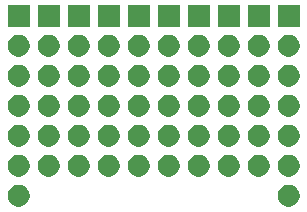
<source format=gbs>
G04 #@! TF.FileFunction,Soldermask,Bot*
%FSLAX46Y46*%
G04 Gerber Fmt 4.6, Leading zero omitted, Abs format (unit mm)*
G04 Created by KiCad (PCBNEW 4.0.1-stable) date 2016-02-27 01:30:11*
%MOMM*%
G01*
G04 APERTURE LIST*
%ADD10C,0.050800*%
G04 APERTURE END LIST*
D10*
G36*
X1367376Y-15583516D02*
X1545479Y-15620075D01*
X1713087Y-15690531D01*
X1863812Y-15792196D01*
X1991931Y-15921214D01*
X2092542Y-16072645D01*
X2161827Y-16240744D01*
X2197089Y-16418828D01*
X2197089Y-16418835D01*
X2197140Y-16419093D01*
X2194240Y-16626759D01*
X2194182Y-16627014D01*
X2194182Y-16627021D01*
X2153961Y-16804054D01*
X2080010Y-16970151D01*
X1975209Y-17118716D01*
X1843541Y-17244102D01*
X1690034Y-17341520D01*
X1520519Y-17407270D01*
X1341473Y-17438842D01*
X1159694Y-17435033D01*
X982123Y-17395992D01*
X815519Y-17323205D01*
X666221Y-17219440D01*
X539921Y-17088653D01*
X441430Y-16935824D01*
X374501Y-16766781D01*
X341679Y-16587952D01*
X344218Y-16406157D01*
X382019Y-16228317D01*
X453643Y-16061205D01*
X556363Y-15911186D01*
X686262Y-15783980D01*
X838398Y-15684425D01*
X1006977Y-15616314D01*
X1185567Y-15582247D01*
X1367376Y-15583516D01*
X1367376Y-15583516D01*
G37*
G36*
X24227376Y-15583516D02*
X24405479Y-15620075D01*
X24573087Y-15690531D01*
X24723812Y-15792196D01*
X24851931Y-15921214D01*
X24952542Y-16072645D01*
X25021827Y-16240744D01*
X25057089Y-16418828D01*
X25057089Y-16418835D01*
X25057140Y-16419093D01*
X25054240Y-16626759D01*
X25054182Y-16627014D01*
X25054182Y-16627021D01*
X25013961Y-16804054D01*
X24940010Y-16970151D01*
X24835209Y-17118716D01*
X24703541Y-17244102D01*
X24550034Y-17341520D01*
X24380519Y-17407270D01*
X24201473Y-17438842D01*
X24019694Y-17435033D01*
X23842123Y-17395992D01*
X23675519Y-17323205D01*
X23526221Y-17219440D01*
X23399921Y-17088653D01*
X23301430Y-16935824D01*
X23234501Y-16766781D01*
X23201679Y-16587952D01*
X23204218Y-16406157D01*
X23242019Y-16228317D01*
X23313643Y-16061205D01*
X23416363Y-15911186D01*
X23546262Y-15783980D01*
X23698398Y-15684425D01*
X23866977Y-15616314D01*
X24045567Y-15582247D01*
X24227376Y-15583516D01*
X24227376Y-15583516D01*
G37*
G36*
X19147376Y-13043516D02*
X19325479Y-13080075D01*
X19493087Y-13150531D01*
X19643812Y-13252196D01*
X19771931Y-13381214D01*
X19872542Y-13532645D01*
X19941827Y-13700744D01*
X19977089Y-13878828D01*
X19977089Y-13878835D01*
X19977140Y-13879093D01*
X19974240Y-14086759D01*
X19974182Y-14087014D01*
X19974182Y-14087021D01*
X19933961Y-14264054D01*
X19860010Y-14430151D01*
X19755209Y-14578716D01*
X19623541Y-14704102D01*
X19470034Y-14801520D01*
X19300519Y-14867270D01*
X19121473Y-14898842D01*
X18939694Y-14895033D01*
X18762123Y-14855992D01*
X18595519Y-14783205D01*
X18446221Y-14679440D01*
X18319921Y-14548653D01*
X18221430Y-14395824D01*
X18154501Y-14226781D01*
X18121679Y-14047952D01*
X18124218Y-13866157D01*
X18162019Y-13688317D01*
X18233643Y-13521205D01*
X18336363Y-13371186D01*
X18466262Y-13243980D01*
X18618398Y-13144425D01*
X18786977Y-13076314D01*
X18965567Y-13042247D01*
X19147376Y-13043516D01*
X19147376Y-13043516D01*
G37*
G36*
X11527376Y-13043516D02*
X11705479Y-13080075D01*
X11873087Y-13150531D01*
X12023812Y-13252196D01*
X12151931Y-13381214D01*
X12252542Y-13532645D01*
X12321827Y-13700744D01*
X12357089Y-13878828D01*
X12357089Y-13878835D01*
X12357140Y-13879093D01*
X12354240Y-14086759D01*
X12354182Y-14087014D01*
X12354182Y-14087021D01*
X12313961Y-14264054D01*
X12240010Y-14430151D01*
X12135209Y-14578716D01*
X12003541Y-14704102D01*
X11850034Y-14801520D01*
X11680519Y-14867270D01*
X11501473Y-14898842D01*
X11319694Y-14895033D01*
X11142123Y-14855992D01*
X10975519Y-14783205D01*
X10826221Y-14679440D01*
X10699921Y-14548653D01*
X10601430Y-14395824D01*
X10534501Y-14226781D01*
X10501679Y-14047952D01*
X10504218Y-13866157D01*
X10542019Y-13688317D01*
X10613643Y-13521205D01*
X10716363Y-13371186D01*
X10846262Y-13243980D01*
X10998398Y-13144425D01*
X11166977Y-13076314D01*
X11345567Y-13042247D01*
X11527376Y-13043516D01*
X11527376Y-13043516D01*
G37*
G36*
X14067376Y-13043516D02*
X14245479Y-13080075D01*
X14413087Y-13150531D01*
X14563812Y-13252196D01*
X14691931Y-13381214D01*
X14792542Y-13532645D01*
X14861827Y-13700744D01*
X14897089Y-13878828D01*
X14897089Y-13878835D01*
X14897140Y-13879093D01*
X14894240Y-14086759D01*
X14894182Y-14087014D01*
X14894182Y-14087021D01*
X14853961Y-14264054D01*
X14780010Y-14430151D01*
X14675209Y-14578716D01*
X14543541Y-14704102D01*
X14390034Y-14801520D01*
X14220519Y-14867270D01*
X14041473Y-14898842D01*
X13859694Y-14895033D01*
X13682123Y-14855992D01*
X13515519Y-14783205D01*
X13366221Y-14679440D01*
X13239921Y-14548653D01*
X13141430Y-14395824D01*
X13074501Y-14226781D01*
X13041679Y-14047952D01*
X13044218Y-13866157D01*
X13082019Y-13688317D01*
X13153643Y-13521205D01*
X13256363Y-13371186D01*
X13386262Y-13243980D01*
X13538398Y-13144425D01*
X13706977Y-13076314D01*
X13885567Y-13042247D01*
X14067376Y-13043516D01*
X14067376Y-13043516D01*
G37*
G36*
X16607376Y-13043516D02*
X16785479Y-13080075D01*
X16953087Y-13150531D01*
X17103812Y-13252196D01*
X17231931Y-13381214D01*
X17332542Y-13532645D01*
X17401827Y-13700744D01*
X17437089Y-13878828D01*
X17437089Y-13878835D01*
X17437140Y-13879093D01*
X17434240Y-14086759D01*
X17434182Y-14087014D01*
X17434182Y-14087021D01*
X17393961Y-14264054D01*
X17320010Y-14430151D01*
X17215209Y-14578716D01*
X17083541Y-14704102D01*
X16930034Y-14801520D01*
X16760519Y-14867270D01*
X16581473Y-14898842D01*
X16399694Y-14895033D01*
X16222123Y-14855992D01*
X16055519Y-14783205D01*
X15906221Y-14679440D01*
X15779921Y-14548653D01*
X15681430Y-14395824D01*
X15614501Y-14226781D01*
X15581679Y-14047952D01*
X15584218Y-13866157D01*
X15622019Y-13688317D01*
X15693643Y-13521205D01*
X15796363Y-13371186D01*
X15926262Y-13243980D01*
X16078398Y-13144425D01*
X16246977Y-13076314D01*
X16425567Y-13042247D01*
X16607376Y-13043516D01*
X16607376Y-13043516D01*
G37*
G36*
X21687376Y-13043516D02*
X21865479Y-13080075D01*
X22033087Y-13150531D01*
X22183812Y-13252196D01*
X22311931Y-13381214D01*
X22412542Y-13532645D01*
X22481827Y-13700744D01*
X22517089Y-13878828D01*
X22517089Y-13878835D01*
X22517140Y-13879093D01*
X22514240Y-14086759D01*
X22514182Y-14087014D01*
X22514182Y-14087021D01*
X22473961Y-14264054D01*
X22400010Y-14430151D01*
X22295209Y-14578716D01*
X22163541Y-14704102D01*
X22010034Y-14801520D01*
X21840519Y-14867270D01*
X21661473Y-14898842D01*
X21479694Y-14895033D01*
X21302123Y-14855992D01*
X21135519Y-14783205D01*
X20986221Y-14679440D01*
X20859921Y-14548653D01*
X20761430Y-14395824D01*
X20694501Y-14226781D01*
X20661679Y-14047952D01*
X20664218Y-13866157D01*
X20702019Y-13688317D01*
X20773643Y-13521205D01*
X20876363Y-13371186D01*
X21006262Y-13243980D01*
X21158398Y-13144425D01*
X21326977Y-13076314D01*
X21505567Y-13042247D01*
X21687376Y-13043516D01*
X21687376Y-13043516D01*
G37*
G36*
X24227376Y-13043516D02*
X24405479Y-13080075D01*
X24573087Y-13150531D01*
X24723812Y-13252196D01*
X24851931Y-13381214D01*
X24952542Y-13532645D01*
X25021827Y-13700744D01*
X25057089Y-13878828D01*
X25057089Y-13878835D01*
X25057140Y-13879093D01*
X25054240Y-14086759D01*
X25054182Y-14087014D01*
X25054182Y-14087021D01*
X25013961Y-14264054D01*
X24940010Y-14430151D01*
X24835209Y-14578716D01*
X24703541Y-14704102D01*
X24550034Y-14801520D01*
X24380519Y-14867270D01*
X24201473Y-14898842D01*
X24019694Y-14895033D01*
X23842123Y-14855992D01*
X23675519Y-14783205D01*
X23526221Y-14679440D01*
X23399921Y-14548653D01*
X23301430Y-14395824D01*
X23234501Y-14226781D01*
X23201679Y-14047952D01*
X23204218Y-13866157D01*
X23242019Y-13688317D01*
X23313643Y-13521205D01*
X23416363Y-13371186D01*
X23546262Y-13243980D01*
X23698398Y-13144425D01*
X23866977Y-13076314D01*
X24045567Y-13042247D01*
X24227376Y-13043516D01*
X24227376Y-13043516D01*
G37*
G36*
X6447376Y-13043516D02*
X6625479Y-13080075D01*
X6793087Y-13150531D01*
X6943812Y-13252196D01*
X7071931Y-13381214D01*
X7172542Y-13532645D01*
X7241827Y-13700744D01*
X7277089Y-13878828D01*
X7277089Y-13878835D01*
X7277140Y-13879093D01*
X7274240Y-14086759D01*
X7274182Y-14087014D01*
X7274182Y-14087021D01*
X7233961Y-14264054D01*
X7160010Y-14430151D01*
X7055209Y-14578716D01*
X6923541Y-14704102D01*
X6770034Y-14801520D01*
X6600519Y-14867270D01*
X6421473Y-14898842D01*
X6239694Y-14895033D01*
X6062123Y-14855992D01*
X5895519Y-14783205D01*
X5746221Y-14679440D01*
X5619921Y-14548653D01*
X5521430Y-14395824D01*
X5454501Y-14226781D01*
X5421679Y-14047952D01*
X5424218Y-13866157D01*
X5462019Y-13688317D01*
X5533643Y-13521205D01*
X5636363Y-13371186D01*
X5766262Y-13243980D01*
X5918398Y-13144425D01*
X6086977Y-13076314D01*
X6265567Y-13042247D01*
X6447376Y-13043516D01*
X6447376Y-13043516D01*
G37*
G36*
X1367376Y-13043516D02*
X1545479Y-13080075D01*
X1713087Y-13150531D01*
X1863812Y-13252196D01*
X1991931Y-13381214D01*
X2092542Y-13532645D01*
X2161827Y-13700744D01*
X2197089Y-13878828D01*
X2197089Y-13878835D01*
X2197140Y-13879093D01*
X2194240Y-14086759D01*
X2194182Y-14087014D01*
X2194182Y-14087021D01*
X2153961Y-14264054D01*
X2080010Y-14430151D01*
X1975209Y-14578716D01*
X1843541Y-14704102D01*
X1690034Y-14801520D01*
X1520519Y-14867270D01*
X1341473Y-14898842D01*
X1159694Y-14895033D01*
X982123Y-14855992D01*
X815519Y-14783205D01*
X666221Y-14679440D01*
X539921Y-14548653D01*
X441430Y-14395824D01*
X374501Y-14226781D01*
X341679Y-14047952D01*
X344218Y-13866157D01*
X382019Y-13688317D01*
X453643Y-13521205D01*
X556363Y-13371186D01*
X686262Y-13243980D01*
X838398Y-13144425D01*
X1006977Y-13076314D01*
X1185567Y-13042247D01*
X1367376Y-13043516D01*
X1367376Y-13043516D01*
G37*
G36*
X3907376Y-13043516D02*
X4085479Y-13080075D01*
X4253087Y-13150531D01*
X4403812Y-13252196D01*
X4531931Y-13381214D01*
X4632542Y-13532645D01*
X4701827Y-13700744D01*
X4737089Y-13878828D01*
X4737089Y-13878835D01*
X4737140Y-13879093D01*
X4734240Y-14086759D01*
X4734182Y-14087014D01*
X4734182Y-14087021D01*
X4693961Y-14264054D01*
X4620010Y-14430151D01*
X4515209Y-14578716D01*
X4383541Y-14704102D01*
X4230034Y-14801520D01*
X4060519Y-14867270D01*
X3881473Y-14898842D01*
X3699694Y-14895033D01*
X3522123Y-14855992D01*
X3355519Y-14783205D01*
X3206221Y-14679440D01*
X3079921Y-14548653D01*
X2981430Y-14395824D01*
X2914501Y-14226781D01*
X2881679Y-14047952D01*
X2884218Y-13866157D01*
X2922019Y-13688317D01*
X2993643Y-13521205D01*
X3096363Y-13371186D01*
X3226262Y-13243980D01*
X3378398Y-13144425D01*
X3546977Y-13076314D01*
X3725567Y-13042247D01*
X3907376Y-13043516D01*
X3907376Y-13043516D01*
G37*
G36*
X8987376Y-13043516D02*
X9165479Y-13080075D01*
X9333087Y-13150531D01*
X9483812Y-13252196D01*
X9611931Y-13381214D01*
X9712542Y-13532645D01*
X9781827Y-13700744D01*
X9817089Y-13878828D01*
X9817089Y-13878835D01*
X9817140Y-13879093D01*
X9814240Y-14086759D01*
X9814182Y-14087014D01*
X9814182Y-14087021D01*
X9773961Y-14264054D01*
X9700010Y-14430151D01*
X9595209Y-14578716D01*
X9463541Y-14704102D01*
X9310034Y-14801520D01*
X9140519Y-14867270D01*
X8961473Y-14898842D01*
X8779694Y-14895033D01*
X8602123Y-14855992D01*
X8435519Y-14783205D01*
X8286221Y-14679440D01*
X8159921Y-14548653D01*
X8061430Y-14395824D01*
X7994501Y-14226781D01*
X7961679Y-14047952D01*
X7964218Y-13866157D01*
X8002019Y-13688317D01*
X8073643Y-13521205D01*
X8176363Y-13371186D01*
X8306262Y-13243980D01*
X8458398Y-13144425D01*
X8626977Y-13076314D01*
X8805567Y-13042247D01*
X8987376Y-13043516D01*
X8987376Y-13043516D01*
G37*
G36*
X3907376Y-10503516D02*
X4085479Y-10540075D01*
X4253087Y-10610531D01*
X4403812Y-10712196D01*
X4531931Y-10841214D01*
X4632542Y-10992645D01*
X4701827Y-11160744D01*
X4737089Y-11338828D01*
X4737089Y-11338835D01*
X4737140Y-11339093D01*
X4734240Y-11546759D01*
X4734182Y-11547014D01*
X4734182Y-11547021D01*
X4693961Y-11724054D01*
X4620010Y-11890151D01*
X4515209Y-12038716D01*
X4383541Y-12164102D01*
X4230034Y-12261520D01*
X4060519Y-12327270D01*
X3881473Y-12358842D01*
X3699694Y-12355033D01*
X3522123Y-12315992D01*
X3355519Y-12243205D01*
X3206221Y-12139440D01*
X3079921Y-12008653D01*
X2981430Y-11855824D01*
X2914501Y-11686781D01*
X2881679Y-11507952D01*
X2884218Y-11326157D01*
X2922019Y-11148317D01*
X2993643Y-10981205D01*
X3096363Y-10831186D01*
X3226262Y-10703980D01*
X3378398Y-10604425D01*
X3546977Y-10536314D01*
X3725567Y-10502247D01*
X3907376Y-10503516D01*
X3907376Y-10503516D01*
G37*
G36*
X16607376Y-10503516D02*
X16785479Y-10540075D01*
X16953087Y-10610531D01*
X17103812Y-10712196D01*
X17231931Y-10841214D01*
X17332542Y-10992645D01*
X17401827Y-11160744D01*
X17437089Y-11338828D01*
X17437089Y-11338835D01*
X17437140Y-11339093D01*
X17434240Y-11546759D01*
X17434182Y-11547014D01*
X17434182Y-11547021D01*
X17393961Y-11724054D01*
X17320010Y-11890151D01*
X17215209Y-12038716D01*
X17083541Y-12164102D01*
X16930034Y-12261520D01*
X16760519Y-12327270D01*
X16581473Y-12358842D01*
X16399694Y-12355033D01*
X16222123Y-12315992D01*
X16055519Y-12243205D01*
X15906221Y-12139440D01*
X15779921Y-12008653D01*
X15681430Y-11855824D01*
X15614501Y-11686781D01*
X15581679Y-11507952D01*
X15584218Y-11326157D01*
X15622019Y-11148317D01*
X15693643Y-10981205D01*
X15796363Y-10831186D01*
X15926262Y-10703980D01*
X16078398Y-10604425D01*
X16246977Y-10536314D01*
X16425567Y-10502247D01*
X16607376Y-10503516D01*
X16607376Y-10503516D01*
G37*
G36*
X14067376Y-10503516D02*
X14245479Y-10540075D01*
X14413087Y-10610531D01*
X14563812Y-10712196D01*
X14691931Y-10841214D01*
X14792542Y-10992645D01*
X14861827Y-11160744D01*
X14897089Y-11338828D01*
X14897089Y-11338835D01*
X14897140Y-11339093D01*
X14894240Y-11546759D01*
X14894182Y-11547014D01*
X14894182Y-11547021D01*
X14853961Y-11724054D01*
X14780010Y-11890151D01*
X14675209Y-12038716D01*
X14543541Y-12164102D01*
X14390034Y-12261520D01*
X14220519Y-12327270D01*
X14041473Y-12358842D01*
X13859694Y-12355033D01*
X13682123Y-12315992D01*
X13515519Y-12243205D01*
X13366221Y-12139440D01*
X13239921Y-12008653D01*
X13141430Y-11855824D01*
X13074501Y-11686781D01*
X13041679Y-11507952D01*
X13044218Y-11326157D01*
X13082019Y-11148317D01*
X13153643Y-10981205D01*
X13256363Y-10831186D01*
X13386262Y-10703980D01*
X13538398Y-10604425D01*
X13706977Y-10536314D01*
X13885567Y-10502247D01*
X14067376Y-10503516D01*
X14067376Y-10503516D01*
G37*
G36*
X19147376Y-10503516D02*
X19325479Y-10540075D01*
X19493087Y-10610531D01*
X19643812Y-10712196D01*
X19771931Y-10841214D01*
X19872542Y-10992645D01*
X19941827Y-11160744D01*
X19977089Y-11338828D01*
X19977089Y-11338835D01*
X19977140Y-11339093D01*
X19974240Y-11546759D01*
X19974182Y-11547014D01*
X19974182Y-11547021D01*
X19933961Y-11724054D01*
X19860010Y-11890151D01*
X19755209Y-12038716D01*
X19623541Y-12164102D01*
X19470034Y-12261520D01*
X19300519Y-12327270D01*
X19121473Y-12358842D01*
X18939694Y-12355033D01*
X18762123Y-12315992D01*
X18595519Y-12243205D01*
X18446221Y-12139440D01*
X18319921Y-12008653D01*
X18221430Y-11855824D01*
X18154501Y-11686781D01*
X18121679Y-11507952D01*
X18124218Y-11326157D01*
X18162019Y-11148317D01*
X18233643Y-10981205D01*
X18336363Y-10831186D01*
X18466262Y-10703980D01*
X18618398Y-10604425D01*
X18786977Y-10536314D01*
X18965567Y-10502247D01*
X19147376Y-10503516D01*
X19147376Y-10503516D01*
G37*
G36*
X11527376Y-10503516D02*
X11705479Y-10540075D01*
X11873087Y-10610531D01*
X12023812Y-10712196D01*
X12151931Y-10841214D01*
X12252542Y-10992645D01*
X12321827Y-11160744D01*
X12357089Y-11338828D01*
X12357089Y-11338835D01*
X12357140Y-11339093D01*
X12354240Y-11546759D01*
X12354182Y-11547014D01*
X12354182Y-11547021D01*
X12313961Y-11724054D01*
X12240010Y-11890151D01*
X12135209Y-12038716D01*
X12003541Y-12164102D01*
X11850034Y-12261520D01*
X11680519Y-12327270D01*
X11501473Y-12358842D01*
X11319694Y-12355033D01*
X11142123Y-12315992D01*
X10975519Y-12243205D01*
X10826221Y-12139440D01*
X10699921Y-12008653D01*
X10601430Y-11855824D01*
X10534501Y-11686781D01*
X10501679Y-11507952D01*
X10504218Y-11326157D01*
X10542019Y-11148317D01*
X10613643Y-10981205D01*
X10716363Y-10831186D01*
X10846262Y-10703980D01*
X10998398Y-10604425D01*
X11166977Y-10536314D01*
X11345567Y-10502247D01*
X11527376Y-10503516D01*
X11527376Y-10503516D01*
G37*
G36*
X8987376Y-10503516D02*
X9165479Y-10540075D01*
X9333087Y-10610531D01*
X9483812Y-10712196D01*
X9611931Y-10841214D01*
X9712542Y-10992645D01*
X9781827Y-11160744D01*
X9817089Y-11338828D01*
X9817089Y-11338835D01*
X9817140Y-11339093D01*
X9814240Y-11546759D01*
X9814182Y-11547014D01*
X9814182Y-11547021D01*
X9773961Y-11724054D01*
X9700010Y-11890151D01*
X9595209Y-12038716D01*
X9463541Y-12164102D01*
X9310034Y-12261520D01*
X9140519Y-12327270D01*
X8961473Y-12358842D01*
X8779694Y-12355033D01*
X8602123Y-12315992D01*
X8435519Y-12243205D01*
X8286221Y-12139440D01*
X8159921Y-12008653D01*
X8061430Y-11855824D01*
X7994501Y-11686781D01*
X7961679Y-11507952D01*
X7964218Y-11326157D01*
X8002019Y-11148317D01*
X8073643Y-10981205D01*
X8176363Y-10831186D01*
X8306262Y-10703980D01*
X8458398Y-10604425D01*
X8626977Y-10536314D01*
X8805567Y-10502247D01*
X8987376Y-10503516D01*
X8987376Y-10503516D01*
G37*
G36*
X21687376Y-10503516D02*
X21865479Y-10540075D01*
X22033087Y-10610531D01*
X22183812Y-10712196D01*
X22311931Y-10841214D01*
X22412542Y-10992645D01*
X22481827Y-11160744D01*
X22517089Y-11338828D01*
X22517089Y-11338835D01*
X22517140Y-11339093D01*
X22514240Y-11546759D01*
X22514182Y-11547014D01*
X22514182Y-11547021D01*
X22473961Y-11724054D01*
X22400010Y-11890151D01*
X22295209Y-12038716D01*
X22163541Y-12164102D01*
X22010034Y-12261520D01*
X21840519Y-12327270D01*
X21661473Y-12358842D01*
X21479694Y-12355033D01*
X21302123Y-12315992D01*
X21135519Y-12243205D01*
X20986221Y-12139440D01*
X20859921Y-12008653D01*
X20761430Y-11855824D01*
X20694501Y-11686781D01*
X20661679Y-11507952D01*
X20664218Y-11326157D01*
X20702019Y-11148317D01*
X20773643Y-10981205D01*
X20876363Y-10831186D01*
X21006262Y-10703980D01*
X21158398Y-10604425D01*
X21326977Y-10536314D01*
X21505567Y-10502247D01*
X21687376Y-10503516D01*
X21687376Y-10503516D01*
G37*
G36*
X6447376Y-10503516D02*
X6625479Y-10540075D01*
X6793087Y-10610531D01*
X6943812Y-10712196D01*
X7071931Y-10841214D01*
X7172542Y-10992645D01*
X7241827Y-11160744D01*
X7277089Y-11338828D01*
X7277089Y-11338835D01*
X7277140Y-11339093D01*
X7274240Y-11546759D01*
X7274182Y-11547014D01*
X7274182Y-11547021D01*
X7233961Y-11724054D01*
X7160010Y-11890151D01*
X7055209Y-12038716D01*
X6923541Y-12164102D01*
X6770034Y-12261520D01*
X6600519Y-12327270D01*
X6421473Y-12358842D01*
X6239694Y-12355033D01*
X6062123Y-12315992D01*
X5895519Y-12243205D01*
X5746221Y-12139440D01*
X5619921Y-12008653D01*
X5521430Y-11855824D01*
X5454501Y-11686781D01*
X5421679Y-11507952D01*
X5424218Y-11326157D01*
X5462019Y-11148317D01*
X5533643Y-10981205D01*
X5636363Y-10831186D01*
X5766262Y-10703980D01*
X5918398Y-10604425D01*
X6086977Y-10536314D01*
X6265567Y-10502247D01*
X6447376Y-10503516D01*
X6447376Y-10503516D01*
G37*
G36*
X24227376Y-10503516D02*
X24405479Y-10540075D01*
X24573087Y-10610531D01*
X24723812Y-10712196D01*
X24851931Y-10841214D01*
X24952542Y-10992645D01*
X25021827Y-11160744D01*
X25057089Y-11338828D01*
X25057089Y-11338835D01*
X25057140Y-11339093D01*
X25054240Y-11546759D01*
X25054182Y-11547014D01*
X25054182Y-11547021D01*
X25013961Y-11724054D01*
X24940010Y-11890151D01*
X24835209Y-12038716D01*
X24703541Y-12164102D01*
X24550034Y-12261520D01*
X24380519Y-12327270D01*
X24201473Y-12358842D01*
X24019694Y-12355033D01*
X23842123Y-12315992D01*
X23675519Y-12243205D01*
X23526221Y-12139440D01*
X23399921Y-12008653D01*
X23301430Y-11855824D01*
X23234501Y-11686781D01*
X23201679Y-11507952D01*
X23204218Y-11326157D01*
X23242019Y-11148317D01*
X23313643Y-10981205D01*
X23416363Y-10831186D01*
X23546262Y-10703980D01*
X23698398Y-10604425D01*
X23866977Y-10536314D01*
X24045567Y-10502247D01*
X24227376Y-10503516D01*
X24227376Y-10503516D01*
G37*
G36*
X1367376Y-10503516D02*
X1545479Y-10540075D01*
X1713087Y-10610531D01*
X1863812Y-10712196D01*
X1991931Y-10841214D01*
X2092542Y-10992645D01*
X2161827Y-11160744D01*
X2197089Y-11338828D01*
X2197089Y-11338835D01*
X2197140Y-11339093D01*
X2194240Y-11546759D01*
X2194182Y-11547014D01*
X2194182Y-11547021D01*
X2153961Y-11724054D01*
X2080010Y-11890151D01*
X1975209Y-12038716D01*
X1843541Y-12164102D01*
X1690034Y-12261520D01*
X1520519Y-12327270D01*
X1341473Y-12358842D01*
X1159694Y-12355033D01*
X982123Y-12315992D01*
X815519Y-12243205D01*
X666221Y-12139440D01*
X539921Y-12008653D01*
X441430Y-11855824D01*
X374501Y-11686781D01*
X341679Y-11507952D01*
X344218Y-11326157D01*
X382019Y-11148317D01*
X453643Y-10981205D01*
X556363Y-10831186D01*
X686262Y-10703980D01*
X838398Y-10604425D01*
X1006977Y-10536314D01*
X1185567Y-10502247D01*
X1367376Y-10503516D01*
X1367376Y-10503516D01*
G37*
G36*
X14067376Y-7963516D02*
X14245479Y-8000075D01*
X14413087Y-8070531D01*
X14563812Y-8172196D01*
X14691931Y-8301214D01*
X14792542Y-8452645D01*
X14861827Y-8620744D01*
X14897089Y-8798828D01*
X14897089Y-8798835D01*
X14897140Y-8799093D01*
X14894240Y-9006759D01*
X14894182Y-9007014D01*
X14894182Y-9007021D01*
X14853961Y-9184054D01*
X14780010Y-9350151D01*
X14675209Y-9498716D01*
X14543541Y-9624102D01*
X14390034Y-9721520D01*
X14220519Y-9787270D01*
X14041473Y-9818842D01*
X13859694Y-9815033D01*
X13682123Y-9775992D01*
X13515519Y-9703205D01*
X13366221Y-9599440D01*
X13239921Y-9468653D01*
X13141430Y-9315824D01*
X13074501Y-9146781D01*
X13041679Y-8967952D01*
X13044218Y-8786157D01*
X13082019Y-8608317D01*
X13153643Y-8441205D01*
X13256363Y-8291186D01*
X13386262Y-8163980D01*
X13538398Y-8064425D01*
X13706977Y-7996314D01*
X13885567Y-7962247D01*
X14067376Y-7963516D01*
X14067376Y-7963516D01*
G37*
G36*
X16607376Y-7963516D02*
X16785479Y-8000075D01*
X16953087Y-8070531D01*
X17103812Y-8172196D01*
X17231931Y-8301214D01*
X17332542Y-8452645D01*
X17401827Y-8620744D01*
X17437089Y-8798828D01*
X17437089Y-8798835D01*
X17437140Y-8799093D01*
X17434240Y-9006759D01*
X17434182Y-9007014D01*
X17434182Y-9007021D01*
X17393961Y-9184054D01*
X17320010Y-9350151D01*
X17215209Y-9498716D01*
X17083541Y-9624102D01*
X16930034Y-9721520D01*
X16760519Y-9787270D01*
X16581473Y-9818842D01*
X16399694Y-9815033D01*
X16222123Y-9775992D01*
X16055519Y-9703205D01*
X15906221Y-9599440D01*
X15779921Y-9468653D01*
X15681430Y-9315824D01*
X15614501Y-9146781D01*
X15581679Y-8967952D01*
X15584218Y-8786157D01*
X15622019Y-8608317D01*
X15693643Y-8441205D01*
X15796363Y-8291186D01*
X15926262Y-8163980D01*
X16078398Y-8064425D01*
X16246977Y-7996314D01*
X16425567Y-7962247D01*
X16607376Y-7963516D01*
X16607376Y-7963516D01*
G37*
G36*
X11527376Y-7963516D02*
X11705479Y-8000075D01*
X11873087Y-8070531D01*
X12023812Y-8172196D01*
X12151931Y-8301214D01*
X12252542Y-8452645D01*
X12321827Y-8620744D01*
X12357089Y-8798828D01*
X12357089Y-8798835D01*
X12357140Y-8799093D01*
X12354240Y-9006759D01*
X12354182Y-9007014D01*
X12354182Y-9007021D01*
X12313961Y-9184054D01*
X12240010Y-9350151D01*
X12135209Y-9498716D01*
X12003541Y-9624102D01*
X11850034Y-9721520D01*
X11680519Y-9787270D01*
X11501473Y-9818842D01*
X11319694Y-9815033D01*
X11142123Y-9775992D01*
X10975519Y-9703205D01*
X10826221Y-9599440D01*
X10699921Y-9468653D01*
X10601430Y-9315824D01*
X10534501Y-9146781D01*
X10501679Y-8967952D01*
X10504218Y-8786157D01*
X10542019Y-8608317D01*
X10613643Y-8441205D01*
X10716363Y-8291186D01*
X10846262Y-8163980D01*
X10998398Y-8064425D01*
X11166977Y-7996314D01*
X11345567Y-7962247D01*
X11527376Y-7963516D01*
X11527376Y-7963516D01*
G37*
G36*
X19147376Y-7963516D02*
X19325479Y-8000075D01*
X19493087Y-8070531D01*
X19643812Y-8172196D01*
X19771931Y-8301214D01*
X19872542Y-8452645D01*
X19941827Y-8620744D01*
X19977089Y-8798828D01*
X19977089Y-8798835D01*
X19977140Y-8799093D01*
X19974240Y-9006759D01*
X19974182Y-9007014D01*
X19974182Y-9007021D01*
X19933961Y-9184054D01*
X19860010Y-9350151D01*
X19755209Y-9498716D01*
X19623541Y-9624102D01*
X19470034Y-9721520D01*
X19300519Y-9787270D01*
X19121473Y-9818842D01*
X18939694Y-9815033D01*
X18762123Y-9775992D01*
X18595519Y-9703205D01*
X18446221Y-9599440D01*
X18319921Y-9468653D01*
X18221430Y-9315824D01*
X18154501Y-9146781D01*
X18121679Y-8967952D01*
X18124218Y-8786157D01*
X18162019Y-8608317D01*
X18233643Y-8441205D01*
X18336363Y-8291186D01*
X18466262Y-8163980D01*
X18618398Y-8064425D01*
X18786977Y-7996314D01*
X18965567Y-7962247D01*
X19147376Y-7963516D01*
X19147376Y-7963516D01*
G37*
G36*
X21687376Y-7963516D02*
X21865479Y-8000075D01*
X22033087Y-8070531D01*
X22183812Y-8172196D01*
X22311931Y-8301214D01*
X22412542Y-8452645D01*
X22481827Y-8620744D01*
X22517089Y-8798828D01*
X22517089Y-8798835D01*
X22517140Y-8799093D01*
X22514240Y-9006759D01*
X22514182Y-9007014D01*
X22514182Y-9007021D01*
X22473961Y-9184054D01*
X22400010Y-9350151D01*
X22295209Y-9498716D01*
X22163541Y-9624102D01*
X22010034Y-9721520D01*
X21840519Y-9787270D01*
X21661473Y-9818842D01*
X21479694Y-9815033D01*
X21302123Y-9775992D01*
X21135519Y-9703205D01*
X20986221Y-9599440D01*
X20859921Y-9468653D01*
X20761430Y-9315824D01*
X20694501Y-9146781D01*
X20661679Y-8967952D01*
X20664218Y-8786157D01*
X20702019Y-8608317D01*
X20773643Y-8441205D01*
X20876363Y-8291186D01*
X21006262Y-8163980D01*
X21158398Y-8064425D01*
X21326977Y-7996314D01*
X21505567Y-7962247D01*
X21687376Y-7963516D01*
X21687376Y-7963516D01*
G37*
G36*
X3907376Y-7963516D02*
X4085479Y-8000075D01*
X4253087Y-8070531D01*
X4403812Y-8172196D01*
X4531931Y-8301214D01*
X4632542Y-8452645D01*
X4701827Y-8620744D01*
X4737089Y-8798828D01*
X4737089Y-8798835D01*
X4737140Y-8799093D01*
X4734240Y-9006759D01*
X4734182Y-9007014D01*
X4734182Y-9007021D01*
X4693961Y-9184054D01*
X4620010Y-9350151D01*
X4515209Y-9498716D01*
X4383541Y-9624102D01*
X4230034Y-9721520D01*
X4060519Y-9787270D01*
X3881473Y-9818842D01*
X3699694Y-9815033D01*
X3522123Y-9775992D01*
X3355519Y-9703205D01*
X3206221Y-9599440D01*
X3079921Y-9468653D01*
X2981430Y-9315824D01*
X2914501Y-9146781D01*
X2881679Y-8967952D01*
X2884218Y-8786157D01*
X2922019Y-8608317D01*
X2993643Y-8441205D01*
X3096363Y-8291186D01*
X3226262Y-8163980D01*
X3378398Y-8064425D01*
X3546977Y-7996314D01*
X3725567Y-7962247D01*
X3907376Y-7963516D01*
X3907376Y-7963516D01*
G37*
G36*
X1367376Y-7963516D02*
X1545479Y-8000075D01*
X1713087Y-8070531D01*
X1863812Y-8172196D01*
X1991931Y-8301214D01*
X2092542Y-8452645D01*
X2161827Y-8620744D01*
X2197089Y-8798828D01*
X2197089Y-8798835D01*
X2197140Y-8799093D01*
X2194240Y-9006759D01*
X2194182Y-9007014D01*
X2194182Y-9007021D01*
X2153961Y-9184054D01*
X2080010Y-9350151D01*
X1975209Y-9498716D01*
X1843541Y-9624102D01*
X1690034Y-9721520D01*
X1520519Y-9787270D01*
X1341473Y-9818842D01*
X1159694Y-9815033D01*
X982123Y-9775992D01*
X815519Y-9703205D01*
X666221Y-9599440D01*
X539921Y-9468653D01*
X441430Y-9315824D01*
X374501Y-9146781D01*
X341679Y-8967952D01*
X344218Y-8786157D01*
X382019Y-8608317D01*
X453643Y-8441205D01*
X556363Y-8291186D01*
X686262Y-8163980D01*
X838398Y-8064425D01*
X1006977Y-7996314D01*
X1185567Y-7962247D01*
X1367376Y-7963516D01*
X1367376Y-7963516D01*
G37*
G36*
X6447376Y-7963516D02*
X6625479Y-8000075D01*
X6793087Y-8070531D01*
X6943812Y-8172196D01*
X7071931Y-8301214D01*
X7172542Y-8452645D01*
X7241827Y-8620744D01*
X7277089Y-8798828D01*
X7277089Y-8798835D01*
X7277140Y-8799093D01*
X7274240Y-9006759D01*
X7274182Y-9007014D01*
X7274182Y-9007021D01*
X7233961Y-9184054D01*
X7160010Y-9350151D01*
X7055209Y-9498716D01*
X6923541Y-9624102D01*
X6770034Y-9721520D01*
X6600519Y-9787270D01*
X6421473Y-9818842D01*
X6239694Y-9815033D01*
X6062123Y-9775992D01*
X5895519Y-9703205D01*
X5746221Y-9599440D01*
X5619921Y-9468653D01*
X5521430Y-9315824D01*
X5454501Y-9146781D01*
X5421679Y-8967952D01*
X5424218Y-8786157D01*
X5462019Y-8608317D01*
X5533643Y-8441205D01*
X5636363Y-8291186D01*
X5766262Y-8163980D01*
X5918398Y-8064425D01*
X6086977Y-7996314D01*
X6265567Y-7962247D01*
X6447376Y-7963516D01*
X6447376Y-7963516D01*
G37*
G36*
X8987376Y-7963516D02*
X9165479Y-8000075D01*
X9333087Y-8070531D01*
X9483812Y-8172196D01*
X9611931Y-8301214D01*
X9712542Y-8452645D01*
X9781827Y-8620744D01*
X9817089Y-8798828D01*
X9817089Y-8798835D01*
X9817140Y-8799093D01*
X9814240Y-9006759D01*
X9814182Y-9007014D01*
X9814182Y-9007021D01*
X9773961Y-9184054D01*
X9700010Y-9350151D01*
X9595209Y-9498716D01*
X9463541Y-9624102D01*
X9310034Y-9721520D01*
X9140519Y-9787270D01*
X8961473Y-9818842D01*
X8779694Y-9815033D01*
X8602123Y-9775992D01*
X8435519Y-9703205D01*
X8286221Y-9599440D01*
X8159921Y-9468653D01*
X8061430Y-9315824D01*
X7994501Y-9146781D01*
X7961679Y-8967952D01*
X7964218Y-8786157D01*
X8002019Y-8608317D01*
X8073643Y-8441205D01*
X8176363Y-8291186D01*
X8306262Y-8163980D01*
X8458398Y-8064425D01*
X8626977Y-7996314D01*
X8805567Y-7962247D01*
X8987376Y-7963516D01*
X8987376Y-7963516D01*
G37*
G36*
X24227376Y-7963516D02*
X24405479Y-8000075D01*
X24573087Y-8070531D01*
X24723812Y-8172196D01*
X24851931Y-8301214D01*
X24952542Y-8452645D01*
X25021827Y-8620744D01*
X25057089Y-8798828D01*
X25057089Y-8798835D01*
X25057140Y-8799093D01*
X25054240Y-9006759D01*
X25054182Y-9007014D01*
X25054182Y-9007021D01*
X25013961Y-9184054D01*
X24940010Y-9350151D01*
X24835209Y-9498716D01*
X24703541Y-9624102D01*
X24550034Y-9721520D01*
X24380519Y-9787270D01*
X24201473Y-9818842D01*
X24019694Y-9815033D01*
X23842123Y-9775992D01*
X23675519Y-9703205D01*
X23526221Y-9599440D01*
X23399921Y-9468653D01*
X23301430Y-9315824D01*
X23234501Y-9146781D01*
X23201679Y-8967952D01*
X23204218Y-8786157D01*
X23242019Y-8608317D01*
X23313643Y-8441205D01*
X23416363Y-8291186D01*
X23546262Y-8163980D01*
X23698398Y-8064425D01*
X23866977Y-7996314D01*
X24045567Y-7962247D01*
X24227376Y-7963516D01*
X24227376Y-7963516D01*
G37*
G36*
X11527376Y-5423516D02*
X11705479Y-5460075D01*
X11873087Y-5530531D01*
X12023812Y-5632196D01*
X12151931Y-5761214D01*
X12252542Y-5912645D01*
X12321827Y-6080744D01*
X12357089Y-6258828D01*
X12357089Y-6258835D01*
X12357140Y-6259093D01*
X12354240Y-6466759D01*
X12354182Y-6467014D01*
X12354182Y-6467021D01*
X12313961Y-6644054D01*
X12240010Y-6810151D01*
X12135209Y-6958716D01*
X12003541Y-7084102D01*
X11850034Y-7181520D01*
X11680519Y-7247270D01*
X11501473Y-7278842D01*
X11319694Y-7275033D01*
X11142123Y-7235992D01*
X10975519Y-7163205D01*
X10826221Y-7059440D01*
X10699921Y-6928653D01*
X10601430Y-6775824D01*
X10534501Y-6606781D01*
X10501679Y-6427952D01*
X10504218Y-6246157D01*
X10542019Y-6068317D01*
X10613643Y-5901205D01*
X10716363Y-5751186D01*
X10846262Y-5623980D01*
X10998398Y-5524425D01*
X11166977Y-5456314D01*
X11345567Y-5422247D01*
X11527376Y-5423516D01*
X11527376Y-5423516D01*
G37*
G36*
X1367376Y-5423516D02*
X1545479Y-5460075D01*
X1713087Y-5530531D01*
X1863812Y-5632196D01*
X1991931Y-5761214D01*
X2092542Y-5912645D01*
X2161827Y-6080744D01*
X2197089Y-6258828D01*
X2197089Y-6258835D01*
X2197140Y-6259093D01*
X2194240Y-6466759D01*
X2194182Y-6467014D01*
X2194182Y-6467021D01*
X2153961Y-6644054D01*
X2080010Y-6810151D01*
X1975209Y-6958716D01*
X1843541Y-7084102D01*
X1690034Y-7181520D01*
X1520519Y-7247270D01*
X1341473Y-7278842D01*
X1159694Y-7275033D01*
X982123Y-7235992D01*
X815519Y-7163205D01*
X666221Y-7059440D01*
X539921Y-6928653D01*
X441430Y-6775824D01*
X374501Y-6606781D01*
X341679Y-6427952D01*
X344218Y-6246157D01*
X382019Y-6068317D01*
X453643Y-5901205D01*
X556363Y-5751186D01*
X686262Y-5623980D01*
X838398Y-5524425D01*
X1006977Y-5456314D01*
X1185567Y-5422247D01*
X1367376Y-5423516D01*
X1367376Y-5423516D01*
G37*
G36*
X3907376Y-5423516D02*
X4085479Y-5460075D01*
X4253087Y-5530531D01*
X4403812Y-5632196D01*
X4531931Y-5761214D01*
X4632542Y-5912645D01*
X4701827Y-6080744D01*
X4737089Y-6258828D01*
X4737089Y-6258835D01*
X4737140Y-6259093D01*
X4734240Y-6466759D01*
X4734182Y-6467014D01*
X4734182Y-6467021D01*
X4693961Y-6644054D01*
X4620010Y-6810151D01*
X4515209Y-6958716D01*
X4383541Y-7084102D01*
X4230034Y-7181520D01*
X4060519Y-7247270D01*
X3881473Y-7278842D01*
X3699694Y-7275033D01*
X3522123Y-7235992D01*
X3355519Y-7163205D01*
X3206221Y-7059440D01*
X3079921Y-6928653D01*
X2981430Y-6775824D01*
X2914501Y-6606781D01*
X2881679Y-6427952D01*
X2884218Y-6246157D01*
X2922019Y-6068317D01*
X2993643Y-5901205D01*
X3096363Y-5751186D01*
X3226262Y-5623980D01*
X3378398Y-5524425D01*
X3546977Y-5456314D01*
X3725567Y-5422247D01*
X3907376Y-5423516D01*
X3907376Y-5423516D01*
G37*
G36*
X6447376Y-5423516D02*
X6625479Y-5460075D01*
X6793087Y-5530531D01*
X6943812Y-5632196D01*
X7071931Y-5761214D01*
X7172542Y-5912645D01*
X7241827Y-6080744D01*
X7277089Y-6258828D01*
X7277089Y-6258835D01*
X7277140Y-6259093D01*
X7274240Y-6466759D01*
X7274182Y-6467014D01*
X7274182Y-6467021D01*
X7233961Y-6644054D01*
X7160010Y-6810151D01*
X7055209Y-6958716D01*
X6923541Y-7084102D01*
X6770034Y-7181520D01*
X6600519Y-7247270D01*
X6421473Y-7278842D01*
X6239694Y-7275033D01*
X6062123Y-7235992D01*
X5895519Y-7163205D01*
X5746221Y-7059440D01*
X5619921Y-6928653D01*
X5521430Y-6775824D01*
X5454501Y-6606781D01*
X5421679Y-6427952D01*
X5424218Y-6246157D01*
X5462019Y-6068317D01*
X5533643Y-5901205D01*
X5636363Y-5751186D01*
X5766262Y-5623980D01*
X5918398Y-5524425D01*
X6086977Y-5456314D01*
X6265567Y-5422247D01*
X6447376Y-5423516D01*
X6447376Y-5423516D01*
G37*
G36*
X8987376Y-5423516D02*
X9165479Y-5460075D01*
X9333087Y-5530531D01*
X9483812Y-5632196D01*
X9611931Y-5761214D01*
X9712542Y-5912645D01*
X9781827Y-6080744D01*
X9817089Y-6258828D01*
X9817089Y-6258835D01*
X9817140Y-6259093D01*
X9814240Y-6466759D01*
X9814182Y-6467014D01*
X9814182Y-6467021D01*
X9773961Y-6644054D01*
X9700010Y-6810151D01*
X9595209Y-6958716D01*
X9463541Y-7084102D01*
X9310034Y-7181520D01*
X9140519Y-7247270D01*
X8961473Y-7278842D01*
X8779694Y-7275033D01*
X8602123Y-7235992D01*
X8435519Y-7163205D01*
X8286221Y-7059440D01*
X8159921Y-6928653D01*
X8061430Y-6775824D01*
X7994501Y-6606781D01*
X7961679Y-6427952D01*
X7964218Y-6246157D01*
X8002019Y-6068317D01*
X8073643Y-5901205D01*
X8176363Y-5751186D01*
X8306262Y-5623980D01*
X8458398Y-5524425D01*
X8626977Y-5456314D01*
X8805567Y-5422247D01*
X8987376Y-5423516D01*
X8987376Y-5423516D01*
G37*
G36*
X21687376Y-5423516D02*
X21865479Y-5460075D01*
X22033087Y-5530531D01*
X22183812Y-5632196D01*
X22311931Y-5761214D01*
X22412542Y-5912645D01*
X22481827Y-6080744D01*
X22517089Y-6258828D01*
X22517089Y-6258835D01*
X22517140Y-6259093D01*
X22514240Y-6466759D01*
X22514182Y-6467014D01*
X22514182Y-6467021D01*
X22473961Y-6644054D01*
X22400010Y-6810151D01*
X22295209Y-6958716D01*
X22163541Y-7084102D01*
X22010034Y-7181520D01*
X21840519Y-7247270D01*
X21661473Y-7278842D01*
X21479694Y-7275033D01*
X21302123Y-7235992D01*
X21135519Y-7163205D01*
X20986221Y-7059440D01*
X20859921Y-6928653D01*
X20761430Y-6775824D01*
X20694501Y-6606781D01*
X20661679Y-6427952D01*
X20664218Y-6246157D01*
X20702019Y-6068317D01*
X20773643Y-5901205D01*
X20876363Y-5751186D01*
X21006262Y-5623980D01*
X21158398Y-5524425D01*
X21326977Y-5456314D01*
X21505567Y-5422247D01*
X21687376Y-5423516D01*
X21687376Y-5423516D01*
G37*
G36*
X14067376Y-5423516D02*
X14245479Y-5460075D01*
X14413087Y-5530531D01*
X14563812Y-5632196D01*
X14691931Y-5761214D01*
X14792542Y-5912645D01*
X14861827Y-6080744D01*
X14897089Y-6258828D01*
X14897089Y-6258835D01*
X14897140Y-6259093D01*
X14894240Y-6466759D01*
X14894182Y-6467014D01*
X14894182Y-6467021D01*
X14853961Y-6644054D01*
X14780010Y-6810151D01*
X14675209Y-6958716D01*
X14543541Y-7084102D01*
X14390034Y-7181520D01*
X14220519Y-7247270D01*
X14041473Y-7278842D01*
X13859694Y-7275033D01*
X13682123Y-7235992D01*
X13515519Y-7163205D01*
X13366221Y-7059440D01*
X13239921Y-6928653D01*
X13141430Y-6775824D01*
X13074501Y-6606781D01*
X13041679Y-6427952D01*
X13044218Y-6246157D01*
X13082019Y-6068317D01*
X13153643Y-5901205D01*
X13256363Y-5751186D01*
X13386262Y-5623980D01*
X13538398Y-5524425D01*
X13706977Y-5456314D01*
X13885567Y-5422247D01*
X14067376Y-5423516D01*
X14067376Y-5423516D01*
G37*
G36*
X19147376Y-5423516D02*
X19325479Y-5460075D01*
X19493087Y-5530531D01*
X19643812Y-5632196D01*
X19771931Y-5761214D01*
X19872542Y-5912645D01*
X19941827Y-6080744D01*
X19977089Y-6258828D01*
X19977089Y-6258835D01*
X19977140Y-6259093D01*
X19974240Y-6466759D01*
X19974182Y-6467014D01*
X19974182Y-6467021D01*
X19933961Y-6644054D01*
X19860010Y-6810151D01*
X19755209Y-6958716D01*
X19623541Y-7084102D01*
X19470034Y-7181520D01*
X19300519Y-7247270D01*
X19121473Y-7278842D01*
X18939694Y-7275033D01*
X18762123Y-7235992D01*
X18595519Y-7163205D01*
X18446221Y-7059440D01*
X18319921Y-6928653D01*
X18221430Y-6775824D01*
X18154501Y-6606781D01*
X18121679Y-6427952D01*
X18124218Y-6246157D01*
X18162019Y-6068317D01*
X18233643Y-5901205D01*
X18336363Y-5751186D01*
X18466262Y-5623980D01*
X18618398Y-5524425D01*
X18786977Y-5456314D01*
X18965567Y-5422247D01*
X19147376Y-5423516D01*
X19147376Y-5423516D01*
G37*
G36*
X24227376Y-5423516D02*
X24405479Y-5460075D01*
X24573087Y-5530531D01*
X24723812Y-5632196D01*
X24851931Y-5761214D01*
X24952542Y-5912645D01*
X25021827Y-6080744D01*
X25057089Y-6258828D01*
X25057089Y-6258835D01*
X25057140Y-6259093D01*
X25054240Y-6466759D01*
X25054182Y-6467014D01*
X25054182Y-6467021D01*
X25013961Y-6644054D01*
X24940010Y-6810151D01*
X24835209Y-6958716D01*
X24703541Y-7084102D01*
X24550034Y-7181520D01*
X24380519Y-7247270D01*
X24201473Y-7278842D01*
X24019694Y-7275033D01*
X23842123Y-7235992D01*
X23675519Y-7163205D01*
X23526221Y-7059440D01*
X23399921Y-6928653D01*
X23301430Y-6775824D01*
X23234501Y-6606781D01*
X23201679Y-6427952D01*
X23204218Y-6246157D01*
X23242019Y-6068317D01*
X23313643Y-5901205D01*
X23416363Y-5751186D01*
X23546262Y-5623980D01*
X23698398Y-5524425D01*
X23866977Y-5456314D01*
X24045567Y-5422247D01*
X24227376Y-5423516D01*
X24227376Y-5423516D01*
G37*
G36*
X16607376Y-5423516D02*
X16785479Y-5460075D01*
X16953087Y-5530531D01*
X17103812Y-5632196D01*
X17231931Y-5761214D01*
X17332542Y-5912645D01*
X17401827Y-6080744D01*
X17437089Y-6258828D01*
X17437089Y-6258835D01*
X17437140Y-6259093D01*
X17434240Y-6466759D01*
X17434182Y-6467014D01*
X17434182Y-6467021D01*
X17393961Y-6644054D01*
X17320010Y-6810151D01*
X17215209Y-6958716D01*
X17083541Y-7084102D01*
X16930034Y-7181520D01*
X16760519Y-7247270D01*
X16581473Y-7278842D01*
X16399694Y-7275033D01*
X16222123Y-7235992D01*
X16055519Y-7163205D01*
X15906221Y-7059440D01*
X15779921Y-6928653D01*
X15681430Y-6775824D01*
X15614501Y-6606781D01*
X15581679Y-6427952D01*
X15584218Y-6246157D01*
X15622019Y-6068317D01*
X15693643Y-5901205D01*
X15796363Y-5751186D01*
X15926262Y-5623980D01*
X16078398Y-5524425D01*
X16246977Y-5456314D01*
X16425567Y-5422247D01*
X16607376Y-5423516D01*
X16607376Y-5423516D01*
G37*
G36*
X21687376Y-2883516D02*
X21865479Y-2920075D01*
X22033087Y-2990531D01*
X22183812Y-3092196D01*
X22311931Y-3221214D01*
X22412542Y-3372645D01*
X22481827Y-3540744D01*
X22517089Y-3718828D01*
X22517089Y-3718835D01*
X22517140Y-3719093D01*
X22514240Y-3926759D01*
X22514182Y-3927014D01*
X22514182Y-3927021D01*
X22473961Y-4104054D01*
X22400010Y-4270151D01*
X22295209Y-4418716D01*
X22163541Y-4544102D01*
X22010034Y-4641520D01*
X21840519Y-4707270D01*
X21661473Y-4738842D01*
X21479694Y-4735033D01*
X21302123Y-4695992D01*
X21135519Y-4623205D01*
X20986221Y-4519440D01*
X20859921Y-4388653D01*
X20761430Y-4235824D01*
X20694501Y-4066781D01*
X20661679Y-3887952D01*
X20664218Y-3706157D01*
X20702019Y-3528317D01*
X20773643Y-3361205D01*
X20876363Y-3211186D01*
X21006262Y-3083980D01*
X21158398Y-2984425D01*
X21326977Y-2916314D01*
X21505567Y-2882247D01*
X21687376Y-2883516D01*
X21687376Y-2883516D01*
G37*
G36*
X8987376Y-2883516D02*
X9165479Y-2920075D01*
X9333087Y-2990531D01*
X9483812Y-3092196D01*
X9611931Y-3221214D01*
X9712542Y-3372645D01*
X9781827Y-3540744D01*
X9817089Y-3718828D01*
X9817089Y-3718835D01*
X9817140Y-3719093D01*
X9814240Y-3926759D01*
X9814182Y-3927014D01*
X9814182Y-3927021D01*
X9773961Y-4104054D01*
X9700010Y-4270151D01*
X9595209Y-4418716D01*
X9463541Y-4544102D01*
X9310034Y-4641520D01*
X9140519Y-4707270D01*
X8961473Y-4738842D01*
X8779694Y-4735033D01*
X8602123Y-4695992D01*
X8435519Y-4623205D01*
X8286221Y-4519440D01*
X8159921Y-4388653D01*
X8061430Y-4235824D01*
X7994501Y-4066781D01*
X7961679Y-3887952D01*
X7964218Y-3706157D01*
X8002019Y-3528317D01*
X8073643Y-3361205D01*
X8176363Y-3211186D01*
X8306262Y-3083980D01*
X8458398Y-2984425D01*
X8626977Y-2916314D01*
X8805567Y-2882247D01*
X8987376Y-2883516D01*
X8987376Y-2883516D01*
G37*
G36*
X6447376Y-2883516D02*
X6625479Y-2920075D01*
X6793087Y-2990531D01*
X6943812Y-3092196D01*
X7071931Y-3221214D01*
X7172542Y-3372645D01*
X7241827Y-3540744D01*
X7277089Y-3718828D01*
X7277089Y-3718835D01*
X7277140Y-3719093D01*
X7274240Y-3926759D01*
X7274182Y-3927014D01*
X7274182Y-3927021D01*
X7233961Y-4104054D01*
X7160010Y-4270151D01*
X7055209Y-4418716D01*
X6923541Y-4544102D01*
X6770034Y-4641520D01*
X6600519Y-4707270D01*
X6421473Y-4738842D01*
X6239694Y-4735033D01*
X6062123Y-4695992D01*
X5895519Y-4623205D01*
X5746221Y-4519440D01*
X5619921Y-4388653D01*
X5521430Y-4235824D01*
X5454501Y-4066781D01*
X5421679Y-3887952D01*
X5424218Y-3706157D01*
X5462019Y-3528317D01*
X5533643Y-3361205D01*
X5636363Y-3211186D01*
X5766262Y-3083980D01*
X5918398Y-2984425D01*
X6086977Y-2916314D01*
X6265567Y-2882247D01*
X6447376Y-2883516D01*
X6447376Y-2883516D01*
G37*
G36*
X11527376Y-2883516D02*
X11705479Y-2920075D01*
X11873087Y-2990531D01*
X12023812Y-3092196D01*
X12151931Y-3221214D01*
X12252542Y-3372645D01*
X12321827Y-3540744D01*
X12357089Y-3718828D01*
X12357089Y-3718835D01*
X12357140Y-3719093D01*
X12354240Y-3926759D01*
X12354182Y-3927014D01*
X12354182Y-3927021D01*
X12313961Y-4104054D01*
X12240010Y-4270151D01*
X12135209Y-4418716D01*
X12003541Y-4544102D01*
X11850034Y-4641520D01*
X11680519Y-4707270D01*
X11501473Y-4738842D01*
X11319694Y-4735033D01*
X11142123Y-4695992D01*
X10975519Y-4623205D01*
X10826221Y-4519440D01*
X10699921Y-4388653D01*
X10601430Y-4235824D01*
X10534501Y-4066781D01*
X10501679Y-3887952D01*
X10504218Y-3706157D01*
X10542019Y-3528317D01*
X10613643Y-3361205D01*
X10716363Y-3211186D01*
X10846262Y-3083980D01*
X10998398Y-2984425D01*
X11166977Y-2916314D01*
X11345567Y-2882247D01*
X11527376Y-2883516D01*
X11527376Y-2883516D01*
G37*
G36*
X14067376Y-2883516D02*
X14245479Y-2920075D01*
X14413087Y-2990531D01*
X14563812Y-3092196D01*
X14691931Y-3221214D01*
X14792542Y-3372645D01*
X14861827Y-3540744D01*
X14897089Y-3718828D01*
X14897089Y-3718835D01*
X14897140Y-3719093D01*
X14894240Y-3926759D01*
X14894182Y-3927014D01*
X14894182Y-3927021D01*
X14853961Y-4104054D01*
X14780010Y-4270151D01*
X14675209Y-4418716D01*
X14543541Y-4544102D01*
X14390034Y-4641520D01*
X14220519Y-4707270D01*
X14041473Y-4738842D01*
X13859694Y-4735033D01*
X13682123Y-4695992D01*
X13515519Y-4623205D01*
X13366221Y-4519440D01*
X13239921Y-4388653D01*
X13141430Y-4235824D01*
X13074501Y-4066781D01*
X13041679Y-3887952D01*
X13044218Y-3706157D01*
X13082019Y-3528317D01*
X13153643Y-3361205D01*
X13256363Y-3211186D01*
X13386262Y-3083980D01*
X13538398Y-2984425D01*
X13706977Y-2916314D01*
X13885567Y-2882247D01*
X14067376Y-2883516D01*
X14067376Y-2883516D01*
G37*
G36*
X16607376Y-2883516D02*
X16785479Y-2920075D01*
X16953087Y-2990531D01*
X17103812Y-3092196D01*
X17231931Y-3221214D01*
X17332542Y-3372645D01*
X17401827Y-3540744D01*
X17437089Y-3718828D01*
X17437089Y-3718835D01*
X17437140Y-3719093D01*
X17434240Y-3926759D01*
X17434182Y-3927014D01*
X17434182Y-3927021D01*
X17393961Y-4104054D01*
X17320010Y-4270151D01*
X17215209Y-4418716D01*
X17083541Y-4544102D01*
X16930034Y-4641520D01*
X16760519Y-4707270D01*
X16581473Y-4738842D01*
X16399694Y-4735033D01*
X16222123Y-4695992D01*
X16055519Y-4623205D01*
X15906221Y-4519440D01*
X15779921Y-4388653D01*
X15681430Y-4235824D01*
X15614501Y-4066781D01*
X15581679Y-3887952D01*
X15584218Y-3706157D01*
X15622019Y-3528317D01*
X15693643Y-3361205D01*
X15796363Y-3211186D01*
X15926262Y-3083980D01*
X16078398Y-2984425D01*
X16246977Y-2916314D01*
X16425567Y-2882247D01*
X16607376Y-2883516D01*
X16607376Y-2883516D01*
G37*
G36*
X1367376Y-2883516D02*
X1545479Y-2920075D01*
X1713087Y-2990531D01*
X1863812Y-3092196D01*
X1991931Y-3221214D01*
X2092542Y-3372645D01*
X2161827Y-3540744D01*
X2197089Y-3718828D01*
X2197089Y-3718835D01*
X2197140Y-3719093D01*
X2194240Y-3926759D01*
X2194182Y-3927014D01*
X2194182Y-3927021D01*
X2153961Y-4104054D01*
X2080010Y-4270151D01*
X1975209Y-4418716D01*
X1843541Y-4544102D01*
X1690034Y-4641520D01*
X1520519Y-4707270D01*
X1341473Y-4738842D01*
X1159694Y-4735033D01*
X982123Y-4695992D01*
X815519Y-4623205D01*
X666221Y-4519440D01*
X539921Y-4388653D01*
X441430Y-4235824D01*
X374501Y-4066781D01*
X341679Y-3887952D01*
X344218Y-3706157D01*
X382019Y-3528317D01*
X453643Y-3361205D01*
X556363Y-3211186D01*
X686262Y-3083980D01*
X838398Y-2984425D01*
X1006977Y-2916314D01*
X1185567Y-2882247D01*
X1367376Y-2883516D01*
X1367376Y-2883516D01*
G37*
G36*
X3907376Y-2883516D02*
X4085479Y-2920075D01*
X4253087Y-2990531D01*
X4403812Y-3092196D01*
X4531931Y-3221214D01*
X4632542Y-3372645D01*
X4701827Y-3540744D01*
X4737089Y-3718828D01*
X4737089Y-3718835D01*
X4737140Y-3719093D01*
X4734240Y-3926759D01*
X4734182Y-3927014D01*
X4734182Y-3927021D01*
X4693961Y-4104054D01*
X4620010Y-4270151D01*
X4515209Y-4418716D01*
X4383541Y-4544102D01*
X4230034Y-4641520D01*
X4060519Y-4707270D01*
X3881473Y-4738842D01*
X3699694Y-4735033D01*
X3522123Y-4695992D01*
X3355519Y-4623205D01*
X3206221Y-4519440D01*
X3079921Y-4388653D01*
X2981430Y-4235824D01*
X2914501Y-4066781D01*
X2881679Y-3887952D01*
X2884218Y-3706157D01*
X2922019Y-3528317D01*
X2993643Y-3361205D01*
X3096363Y-3211186D01*
X3226262Y-3083980D01*
X3378398Y-2984425D01*
X3546977Y-2916314D01*
X3725567Y-2882247D01*
X3907376Y-2883516D01*
X3907376Y-2883516D01*
G37*
G36*
X19147376Y-2883516D02*
X19325479Y-2920075D01*
X19493087Y-2990531D01*
X19643812Y-3092196D01*
X19771931Y-3221214D01*
X19872542Y-3372645D01*
X19941827Y-3540744D01*
X19977089Y-3718828D01*
X19977089Y-3718835D01*
X19977140Y-3719093D01*
X19974240Y-3926759D01*
X19974182Y-3927014D01*
X19974182Y-3927021D01*
X19933961Y-4104054D01*
X19860010Y-4270151D01*
X19755209Y-4418716D01*
X19623541Y-4544102D01*
X19470034Y-4641520D01*
X19300519Y-4707270D01*
X19121473Y-4738842D01*
X18939694Y-4735033D01*
X18762123Y-4695992D01*
X18595519Y-4623205D01*
X18446221Y-4519440D01*
X18319921Y-4388653D01*
X18221430Y-4235824D01*
X18154501Y-4066781D01*
X18121679Y-3887952D01*
X18124218Y-3706157D01*
X18162019Y-3528317D01*
X18233643Y-3361205D01*
X18336363Y-3211186D01*
X18466262Y-3083980D01*
X18618398Y-2984425D01*
X18786977Y-2916314D01*
X18965567Y-2882247D01*
X19147376Y-2883516D01*
X19147376Y-2883516D01*
G37*
G36*
X24227376Y-2883516D02*
X24405479Y-2920075D01*
X24573087Y-2990531D01*
X24723812Y-3092196D01*
X24851931Y-3221214D01*
X24952542Y-3372645D01*
X25021827Y-3540744D01*
X25057089Y-3718828D01*
X25057089Y-3718835D01*
X25057140Y-3719093D01*
X25054240Y-3926759D01*
X25054182Y-3927014D01*
X25054182Y-3927021D01*
X25013961Y-4104054D01*
X24940010Y-4270151D01*
X24835209Y-4418716D01*
X24703541Y-4544102D01*
X24550034Y-4641520D01*
X24380519Y-4707270D01*
X24201473Y-4738842D01*
X24019694Y-4735033D01*
X23842123Y-4695992D01*
X23675519Y-4623205D01*
X23526221Y-4519440D01*
X23399921Y-4388653D01*
X23301430Y-4235824D01*
X23234501Y-4066781D01*
X23201679Y-3887952D01*
X23204218Y-3706157D01*
X23242019Y-3528317D01*
X23313643Y-3361205D01*
X23416363Y-3211186D01*
X23546262Y-3083980D01*
X23698398Y-2984425D01*
X23866977Y-2916314D01*
X24045567Y-2882247D01*
X24227376Y-2883516D01*
X24227376Y-2883516D01*
G37*
G36*
X22517100Y-2197100D02*
X20662900Y-2197100D01*
X20662900Y-342900D01*
X22517100Y-342900D01*
X22517100Y-2197100D01*
X22517100Y-2197100D01*
G37*
G36*
X4737100Y-2197100D02*
X2882900Y-2197100D01*
X2882900Y-342900D01*
X4737100Y-342900D01*
X4737100Y-2197100D01*
X4737100Y-2197100D01*
G37*
G36*
X25057100Y-2197100D02*
X23202900Y-2197100D01*
X23202900Y-342900D01*
X25057100Y-342900D01*
X25057100Y-2197100D01*
X25057100Y-2197100D01*
G37*
G36*
X19977100Y-2197100D02*
X18122900Y-2197100D01*
X18122900Y-342900D01*
X19977100Y-342900D01*
X19977100Y-2197100D01*
X19977100Y-2197100D01*
G37*
G36*
X17437100Y-2197100D02*
X15582900Y-2197100D01*
X15582900Y-342900D01*
X17437100Y-342900D01*
X17437100Y-2197100D01*
X17437100Y-2197100D01*
G37*
G36*
X14897100Y-2197100D02*
X13042900Y-2197100D01*
X13042900Y-342900D01*
X14897100Y-342900D01*
X14897100Y-2197100D01*
X14897100Y-2197100D01*
G37*
G36*
X12357100Y-2197100D02*
X10502900Y-2197100D01*
X10502900Y-342900D01*
X12357100Y-342900D01*
X12357100Y-2197100D01*
X12357100Y-2197100D01*
G37*
G36*
X9817100Y-2197100D02*
X7962900Y-2197100D01*
X7962900Y-342900D01*
X9817100Y-342900D01*
X9817100Y-2197100D01*
X9817100Y-2197100D01*
G37*
G36*
X7277100Y-2197100D02*
X5422900Y-2197100D01*
X5422900Y-342900D01*
X7277100Y-342900D01*
X7277100Y-2197100D01*
X7277100Y-2197100D01*
G37*
G36*
X2197100Y-2197100D02*
X342900Y-2197100D01*
X342900Y-342900D01*
X2197100Y-342900D01*
X2197100Y-2197100D01*
X2197100Y-2197100D01*
G37*
M02*

</source>
